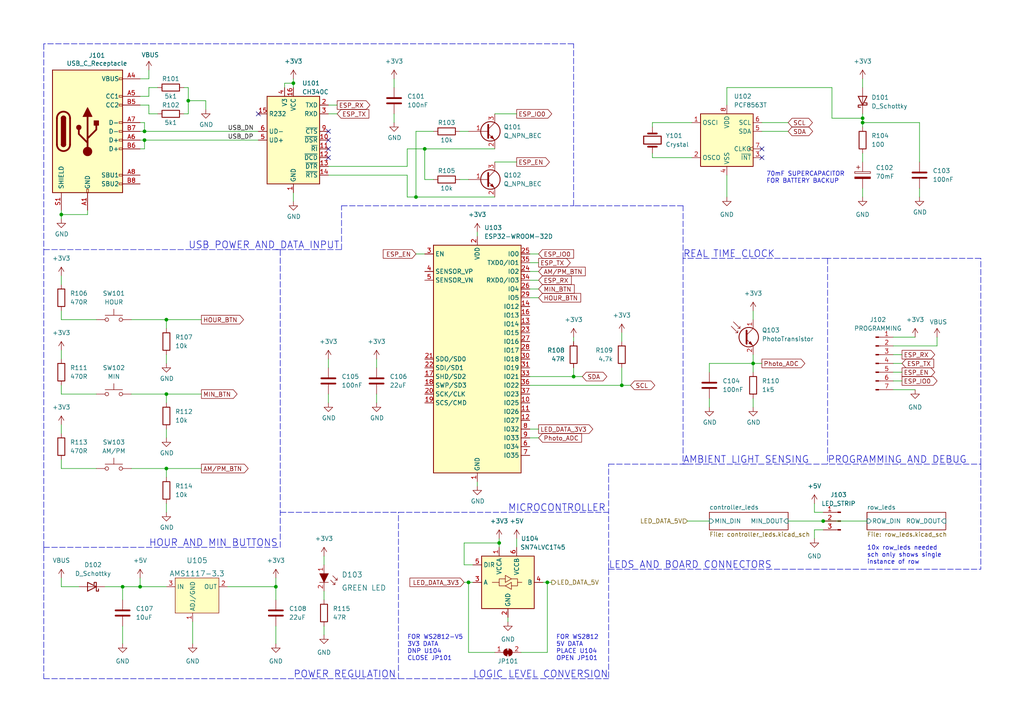
<source format=kicad_sch>
(kicad_sch (version 20211123) (generator eeschema)
  (paper "A4")
  (title_block (title "Wordclock Controller Board") (date "2022-08-28") (rev "2.1") (company "matty337s"))
  (lib_symbols
    (symbol "Connector:Conn_01x03_Male" (pin_names (offset 1.016) hide)
      (property "Reference" "J" (at 0 5.08 0))
      (property "Value" "Conn_01x03_Male" (at 0 -5.08 0))
      (symbol "Conn_01x03_Male_1_1"
        (pin passive line (at 5.08 2.54 180) (length 3.81) (name "Pin_1") (number "1"))
        (pin passive line (at 5.08 0 180) (length 3.81) (name "Pin_2") (number "2"))
        (pin passive line (at 5.08 -2.54 180) (length 3.81) (name "Pin_3") (number "3"))
      )
    )
    (symbol "Connector:Conn_01x07_Male" (pin_names (offset 1.016) hide)
      (property "Reference" "J" (at 0 10.16 0))
      (property "Value" "Conn_01x07_Male" (at 0 -10.16 0))
      (symbol "Conn_01x07_Male_1_1"
        (pin passive line (at 5.08 7.62 180) (length 3.81) (name "Pin_1") (number "1"))
        (pin passive line (at 5.08 5.08 180) (length 3.81) (name "Pin_2") (number "2"))
        (pin passive line (at 5.08 2.54 180) (length 3.81) (name "Pin_3") (number "3"))
        (pin passive line (at 5.08 0 180) (length 3.81) (name "Pin_4") (number "4"))
        (pin passive line (at 5.08 -2.54 180) (length 3.81) (name "Pin_5") (number "5"))
        (pin passive line (at 5.08 -5.08 180) (length 3.81) (name "Pin_6") (number "6"))
        (pin passive line (at 5.08 -7.62 180) (length 3.81) (name "Pin_7") (number "7"))
      )
    )
    (symbol "Connector:USB_C_Receptacle_USB2.0" (pin_names (offset 1.016))
      (property "Reference" "J" (at -10.16 19.05 0))
      (property "Value" "USB_C_Receptacle_USB2.0" (at 19.05 19.05 0))
      (symbol "USB_C_Receptacle_USB2.0_1_1"
        (pin passive line (at 0 -22.86 90) (length 5.08) (name "GND") (number "A1"))
        (pin passive line (at 0 -22.86 90) (length 5.08) hide (name "GND") (number "A12"))
        (pin passive line (at 15.24 15.24 180) (length 5.08) (name "VBUS") (number "A4"))
        (pin bidirectional line (at 15.24 10.16 180) (length 5.08) (name "CC1") (number "A5"))
        (pin bidirectional line (at 15.24 -2.54 180) (length 5.08) (name "D+") (number "A6"))
        (pin bidirectional line (at 15.24 2.54 180) (length 5.08) (name "D-") (number "A7"))
        (pin bidirectional line (at 15.24 -12.7 180) (length 5.08) (name "SBU1") (number "A8"))
        (pin passive line (at 15.24 15.24 180) (length 5.08) hide (name "VBUS") (number "A9"))
        (pin passive line (at 0 -22.86 90) (length 5.08) hide (name "GND") (number "B1"))
        (pin passive line (at 0 -22.86 90) (length 5.08) hide (name "GND") (number "B12"))
        (pin passive line (at 15.24 15.24 180) (length 5.08) hide (name "VBUS") (number "B4"))
        (pin bidirectional line (at 15.24 7.62 180) (length 5.08) (name "CC2") (number "B5"))
        (pin bidirectional line (at 15.24 -5.08 180) (length 5.08) (name "D+") (number "B6"))
        (pin bidirectional line (at 15.24 0 180) (length 5.08) (name "D-") (number "B7"))
        (pin bidirectional line (at 15.24 -15.24 180) (length 5.08) (name "SBU2") (number "B8"))
        (pin passive line (at 15.24 15.24 180) (length 5.08) hide (name "VBUS") (number "B9"))
        (pin passive line (at -7.62 -22.86 90) (length 5.08) (name "SHIELD") (number "S1"))
      )
    )
    (symbol "Device:C" (pin_numbers hide) (pin_names (offset 0.254))
      (property "Reference" "C" (at 0.635 2.54 0))
      (property "Value" "C" (at 0.635 -2.54 0))
      (symbol "C_1_1"
        (pin passive line (at 0 3.81 270) (length 2.794) (name "~") (number "1"))
        (pin passive line (at 0 -3.81 90) (length 2.794) (name "~") (number "2"))
      )
    )
    (symbol "Device:C_Polarized" (pin_numbers hide) (pin_names (offset 0.254))
      (property "Reference" "C" (at 0.635 2.54 0))
      (property "Value" "C_Polarized" (at 0.635 -2.54 0))
      (symbol "C_Polarized_1_1"
        (pin passive line (at 0 3.81 270) (length 2.794) (name "~") (number "1"))
        (pin passive line (at 0 -3.81 90) (length 2.794) (name "~") (number "2"))
      )
    )
    (symbol "Device:Crystal" (pin_numbers hide) (pin_names (offset 1.016) hide)
      (property "Reference" "Y" (at 0 3.81 0))
      (property "Value" "Crystal" (at 0 -3.81 0))
      (symbol "Crystal_1_1"
        (pin passive line (at -3.81 0 0) (length 1.27) (name "1") (number "1"))
        (pin passive line (at 3.81 0 180) (length 1.27) (name "2") (number "2"))
      )
    )
    (symbol "Device:D_Schottky" (pin_numbers hide) (pin_names (offset 1.016) hide)
      (property "Reference" "D" (at 0 2.54 0))
      (property "Value" "D_Schottky" (at 0 -2.54 0))
      (symbol "D_Schottky_1_1"
        (pin passive line (at -3.81 0 0) (length 2.54) (name "K") (number "1"))
        (pin passive line (at 3.81 0 180) (length 2.54) (name "A") (number "2"))
      )
    )
    (symbol "Device:Q_NPN_BEC" (pin_names (offset 0) hide)
      (property "Reference" "Q" (at 5.08 1.27 0))
      (property "Value" "Q_NPN_BEC" (at 5.08 -1.27 0))
      (symbol "Q_NPN_BEC_1_1"
        (pin input line (at -5.08 0 0) (length 5.715) (name "B") (number "1"))
        (pin passive line (at 2.54 -5.08 90) (length 2.54) (name "E") (number "2"))
        (pin passive line (at 2.54 5.08 270) (length 2.54) (name "C") (number "3"))
      )
    )
    (symbol "Device:Q_Photo_NPN" (pin_names (offset 0) hide)
      (property "Reference" "Q" (at 5.08 1.27 0))
      (property "Value" "Q_Photo_NPN" (at 5.08 -1.27 0))
      (symbol "Q_Photo_NPN_1_1"
        (pin passive line (at 2.54 5.08 270) (length 2.54) (name "C") (number "1"))
        (pin passive line (at 2.54 -5.08 90) (length 2.54) (name "E") (number "2"))
      )
    )
    (symbol "Device:R" (pin_numbers hide) (pin_names (offset 0))
      (property "Reference" "R" (at 2.032 0 90))
      (property "Value" "R" (at 0 0 90))
      (symbol "R_1_1"
        (pin passive line (at 0 3.81 270) (length 1.27) (name "~") (number "1"))
        (pin passive line (at 0 -3.81 90) (length 1.27) (name "~") (number "2"))
      )
    )
    (symbol "Interface_USB:CH340C"
      (property "Reference" "U205" (at 2.0194 -15.24 0))
      (property "Value" "CH340C" (at 2.0194 -17.78 0))
      (symbol "CH340C_1_1"
        (pin power_in line (at 0 -15.24 90) (length 2.54) (name "GND") (number "1"))
        (pin input line (at 10.16 0 180) (length 2.54) (name "~{DSR}") (number "10"))
        (pin input line (at 10.16 -2.54 180) (length 2.54) (name "~{RI}") (number "11"))
        (pin input line (at 10.16 -5.08 180) (length 2.54) (name "~{DCD}") (number "12"))
        (pin output line (at 10.16 -7.62 180) (length 2.54) (name "~{DTR}") (number "13"))
        (pin output line (at 10.16 -10.16 180) (length 2.54) (name "~{RTS}") (number "14"))
        (pin input line (at -10.16 7.62 0) (length 2.54) (name "R232") (number "15"))
        (pin power_in line (at 0 15.24 270) (length 2.54) (name "VCC") (number "16"))
        (pin output line (at 10.16 10.16 180) (length 2.54) (name "TXD") (number "2"))
        (pin input line (at 10.16 7.62 180) (length 2.54) (name "RXD") (number "3"))
        (pin passive line (at -2.54 15.24 270) (length 2.54) (name "V3") (number "4"))
        (pin bidirectional line (at -10.16 0 0) (length 2.54) (name "UD+") (number "5"))
        (pin bidirectional line (at -10.16 2.54 0) (length 2.54) (name "UD-") (number "6"))
        (pin no_connect line (at -7.62 -7.62 0) (length 2.54) hide (name "NC") (number "7"))
        (pin no_connect line (at -7.62 -10.16 0) (length 2.54) hide (name "NC") (number "8"))
        (pin input line (at 10.16 2.54 180) (length 2.54) (name "~{CTS}") (number "9"))
      )
    )
    (symbol "Jumper:SolderJumper_2_Bridged" (pin_names (offset 0) hide)
      (property "Reference" "JP" (at 0 2.032 0))
      (property "Value" "SolderJumper_2_Bridged" (at 0 -2.54 0))
      (symbol "SolderJumper_2_Bridged_1_1"
        (pin passive line (at -3.81 0 0) (length 2.54) (name "A") (number "1"))
        (pin passive line (at 3.81 0 180) (length 2.54) (name "B") (number "2"))
      )
    )
    (symbol "Logic_LevelTranslator:SN74LVC1T45DRL"
      (property "Reference" "U?" (at 17.78 4.3307 0))
      (property "Value" "SN74LVC1T45DRL" (at 17.78 1.7907 0))
      (symbol "SN74LVC1T45DRL_1_1"
        (pin power_in line (at -2.54 10.16 270) (length 2.54) (name "VCCA") (number "1"))
        (pin power_in line (at 0 -10.16 90) (length 2.54) (name "GND") (number "2"))
        (pin bidirectional line (at -10.16 0 0) (length 2.54) (name "A") (number "3"))
        (pin bidirectional line (at 10.16 0 180) (length 2.54) (name "B") (number "4"))
        (pin input line (at -10.16 5.08 0) (length 2.54) (name "DIR") (number "5"))
        (pin power_in line (at 2.54 10.16 270) (length 2.54) (name "VCCB") (number "6"))
      )
    )
    (symbol "RF_Module:ESP32-WROOM-32D"
      (property "Reference" "U" (at -12.7 34.29 0))
      (property "Value" "ESP32-WROOM-32D" (at 1.27 34.29 0))
      (symbol "ESP32-WROOM-32D_1_1"
        (pin power_in line (at 0 -35.56 90) (length 2.54) (name "GND") (number "1"))
        (pin bidirectional line (at 15.24 -12.7 180) (length 2.54) (name "IO25") (number "10"))
        (pin bidirectional line (at 15.24 -15.24 180) (length 2.54) (name "IO26") (number "11"))
        (pin bidirectional line (at 15.24 -17.78 180) (length 2.54) (name "IO27") (number "12"))
        (pin bidirectional line (at 15.24 10.16 180) (length 2.54) (name "IO14") (number "13"))
        (pin bidirectional line (at 15.24 15.24 180) (length 2.54) (name "IO12") (number "14"))
        (pin passive line (at 0 -35.56 90) (length 2.54) hide (name "GND") (number "15"))
        (pin bidirectional line (at 15.24 12.7 180) (length 2.54) (name "IO13") (number "16"))
        (pin bidirectional line (at -15.24 -5.08 0) (length 2.54) (name "SHD/SD2") (number "17"))
        (pin bidirectional line (at -15.24 -7.62 0) (length 2.54) (name "SWP/SD3") (number "18"))
        (pin bidirectional line (at -15.24 -12.7 0) (length 2.54) (name "SCS/CMD") (number "19"))
        (pin power_in line (at 0 35.56 270) (length 2.54) (name "VDD") (number "2"))
        (pin bidirectional line (at -15.24 -10.16 0) (length 2.54) (name "SCK/CLK") (number "20"))
        (pin bidirectional line (at -15.24 0 0) (length 2.54) (name "SDO/SD0") (number "21"))
        (pin bidirectional line (at -15.24 -2.54 0) (length 2.54) (name "SDI/SD1") (number "22"))
        (pin bidirectional line (at 15.24 7.62 180) (length 2.54) (name "IO15") (number "23"))
        (pin bidirectional line (at 15.24 25.4 180) (length 2.54) (name "IO2") (number "24"))
        (pin bidirectional line (at 15.24 30.48 180) (length 2.54) (name "IO0") (number "25"))
        (pin bidirectional line (at 15.24 20.32 180) (length 2.54) (name "IO4") (number "26"))
        (pin bidirectional line (at 15.24 5.08 180) (length 2.54) (name "IO16") (number "27"))
        (pin bidirectional line (at 15.24 2.54 180) (length 2.54) (name "IO17") (number "28"))
        (pin bidirectional line (at 15.24 17.78 180) (length 2.54) (name "IO5") (number "29"))
        (pin input line (at -15.24 30.48 0) (length 2.54) (name "EN") (number "3"))
        (pin bidirectional line (at 15.24 0 180) (length 2.54) (name "IO18") (number "30"))
        (pin bidirectional line (at 15.24 -2.54 180) (length 2.54) (name "IO19") (number "31"))
        (pin no_connect line (at -12.7 -27.94 0) (length 2.54) hide (name "NC") (number "32"))
        (pin bidirectional line (at 15.24 -5.08 180) (length 2.54) (name "IO21") (number "33"))
        (pin bidirectional line (at 15.24 22.86 180) (length 2.54) (name "RXD0/IO3") (number "34"))
        (pin bidirectional line (at 15.24 27.94 180) (length 2.54) (name "TXD0/IO1") (number "35"))
        (pin bidirectional line (at 15.24 -7.62 180) (length 2.54) (name "IO22") (number "36"))
        (pin bidirectional line (at 15.24 -10.16 180) (length 2.54) (name "IO23") (number "37"))
        (pin passive line (at 0 -35.56 90) (length 2.54) hide (name "GND") (number "38"))
        (pin passive line (at 0 -35.56 90) (length 2.54) hide (name "GND") (number "39"))
        (pin input line (at -15.24 25.4 0) (length 2.54) (name "SENSOR_VP") (number "4"))
        (pin input line (at -15.24 22.86 0) (length 2.54) (name "SENSOR_VN") (number "5"))
        (pin input line (at 15.24 -25.4 180) (length 2.54) (name "IO34") (number "6"))
        (pin input line (at 15.24 -27.94 180) (length 2.54) (name "IO35") (number "7"))
        (pin bidirectional line (at 15.24 -20.32 180) (length 2.54) (name "IO32") (number "8"))
        (pin bidirectional line (at 15.24 -22.86 180) (length 2.54) (name "IO33") (number "9"))
      )
    )
    (symbol "Switch:SW_Push" (pin_numbers hide) (pin_names (offset 1.016) hide)
      (property "Reference" "SW" (at 1.27 2.54 0))
      (property "Value" "SW_Push" (at 0 -1.524 0))
      (symbol "SW_Push_0_1"
        (pin passive line (at -5.08 0 0) (length 2.54) (name "1") (number "1"))
        (pin passive line (at 5.08 0 180) (length 2.54) (name "2") (number "2"))
      )
    )
    (symbol "Timer_RTC:PCF8563T"
      (property "Reference" "U" (at -7.62 8.89 0))
      (property "Value" "PCF8563T" (at 2.54 8.89 0))
      (symbol "PCF8563T_1_1"
        (pin input line (at -10.16 5.08 0) (length 2.54) (name "OSCI") (number "1"))
        (pin output line (at -10.16 -5.08 0) (length 2.54) (name "OSCO") (number "2"))
        (pin output line (at 10.16 -5.08 180) (length 2.54) (name "~{INT}") (number "3"))
        (pin power_in line (at 0 -10.16 90) (length 2.54) (name "VSS") (number "4"))
        (pin bidirectional line (at 10.16 2.54 180) (length 2.54) (name "SDA") (number "5"))
        (pin input line (at 10.16 5.08 180) (length 2.54) (name "SCL") (number "6"))
        (pin output clock (at 10.16 -2.54 180) (length 2.54) (name "CLKO") (number "7"))
        (pin power_in line (at 0 10.16 270) (length 2.54) (name "VDD") (number "8"))
      )
    )
    (symbol "dk_LED-Indication-Discrete:LG_R971-KN-1" (pin_names (offset 0))
      (property "Reference" "D" (at -5.08 3.81 0))
      (property "Value" "LG_R971-KN-1" (at -1.27 -3.81 0))
      (symbol "LG_R971-KN-1_1_1"
        (pin passive line (at -5.08 0 0) (length 2.54) (name "~") (number "1"))
        (pin passive line (at 2.54 0 180) (length 2.54) (name "~") (number "2"))
      )
    )
    (symbol "dk_PMIC-Voltage-Regulators-Linear:AZ1117CH-3_3TRG1"
      (property "Reference" "U205" (at 1.27 7.62 0))
      (property "Value" "AMS1117-3.3" (at 1.27 3.81 0))
      (symbol "AZ1117CH-3_3TRG1_1_1"
        (pin power_in line (at 0 -10.16 90) (length 2.54) (name "ADJ/GND") (number "1"))
        (pin power_out line (at 10.16 0 180) (length 2.54) (name "OUT") (number "2"))
        (pin power_in line (at -7.62 0 0) (length 2.54) (name "IN") (number "3"))
      )
    )
    (symbol "power:+3.3V" (power) (pin_names (offset 0))
      (property "Value" "+3.3V" (at 0 3.556 0))
      (symbol "+3.3V_1_1"
        (pin power_in line (at 0 0 90) (length 0) hide (name "+3V3") (number "1"))
      )
    )
    (symbol "power:+3V3" (power) (pin_names (offset 0))
      (property "Value" "+3V3" (at 0 3.556 0))
      (symbol "+3V3_1_1"
        (pin power_in line (at 0 0 90) (length 0) hide (name "+3V3") (number "1"))
      )
    )
    (symbol "power:+5V" (power) (pin_names (offset 0))
      (property "Value" "+5V" (at 0 3.556 0))
      (symbol "+5V_1_1"
        (pin power_in line (at 0 0 90) (length 0) hide (name "+5V") (number "1"))
      )
    )
    (symbol "power:GND" (power) (pin_names (offset 0))
      (property "Value" "GND" (at 0 -3.81 0))
      (symbol "GND_1_1"
        (pin power_in line (at 0 0 270) (length 0) hide (name "GND") (number "1"))
      )
    )
    (symbol "power:VBUS" (power) (pin_names (offset 0))
      (property "Value" "VBUS" (at 0 3.81 0))
      (symbol "VBUS_1_1"
        (pin power_in line (at 0 0 90) (length 0) hide (name "VBUS") (number "1"))
      )
    )
  )
  (junction (at 48.26 114.3))
  (junction (at 123.19 43.18))
  (junction (at 54.61 29.21))
  (junction (at 180.34 111.76))
  (junction (at 41.91 40.64))
  (junction (at 35.56 170.18))
  (junction (at 17.78 62.23))
  (junction (at 135.89 168.91))
  (junction (at 144.78 157.48))
  (junction (at 85.09 24.13))
  (junction (at 166.37 109.22))
  (junction (at 158.75 168.91))
  (junction (at 250.19 35.56))
  (junction (at 250.19 34.29))
  (junction (at 120.65 57.15))
  (junction (at 48.26 92.71))
  (junction (at 41.91 38.1))
  (junction (at 40.64 170.18))
  (junction (at 48.26 135.89))
  (junction (at 218.44 105.41))
  (junction (at 238.76 151.13))
  (junction (at 80.01 170.18))
  (no_connect (at 95.25 38.1))
  (no_connect (at 220.98 43.18))
  (no_connect (at 220.98 45.72))
  (no_connect (at 74.93 33.02))
  (no_connect (at 95.25 40.64))
  (no_connect (at 95.25 45.72))
  (no_connect (at 95.25 43.18))
  (polyline (pts (xy 81.28 158.75) (xy 81.28 72.39)))
  (wire (pts (xy 250.19 34.29) (xy 250.19 35.56)))
  (wire (pts (xy 17.78 80.01) (xy 17.78 82.55)))
  (wire (pts (xy 153.67 111.76) (xy 180.34 111.76)))
  (wire (pts (xy 236.22 146.05) (xy 236.22 148.59)))
  (polyline (pts (xy 166.37 59.69) (xy 166.37 12.7)))
  (wire (pts (xy 205.74 105.41) (xy 218.44 105.41)))
  (wire (pts (xy 38.1 135.89) (xy 48.26 135.89)))
  (wire (pts (xy 210.82 25.4) (xy 210.82 30.48)))
  (wire (pts (xy 118.11 50.8) (xy 118.11 57.15)))
  (polyline (pts (xy 176.53 134.62) (xy 284.48 134.62)))
  (wire (pts (xy 48.26 114.3) (xy 48.26 116.84)))
  (wire (pts (xy 153.67 73.66) (xy 156.21 73.66)))
  (wire (pts (xy 153.67 76.2) (xy 156.21 76.2)))
  (polyline (pts (xy 176.53 165.1) (xy 176.53 196.85)))
  (wire (pts (xy 160.02 168.91) (xy 158.75 168.91)))
  (polyline (pts (xy 81.28 148.59) (xy 115.57 148.59)))
  (wire (pts (xy 54.61 29.21) (xy 59.69 29.21)))
  (polyline (pts (xy 240.03 74.93) (xy 240.03 134.62)))
  (wire (pts (xy 120.65 57.15) (xy 143.51 57.15)))
  (wire (pts (xy 85.09 22.86) (xy 85.09 24.13)))
  (wire (pts (xy 250.19 22.86) (xy 250.19 25.4)))
  (wire (pts (xy 48.26 148.59) (xy 48.26 146.05)))
  (wire (pts (xy 250.19 35.56) (xy 266.7 35.56)))
  (wire (pts (xy 149.86 46.99) (xy 143.51 46.99)))
  (wire (pts (xy 25.4 62.23) (xy 25.4 60.96)))
  (wire (pts (xy 218.44 90.17) (xy 218.44 92.71)))
  (wire (pts (xy 43.18 25.4) (xy 45.72 25.4)))
  (wire (pts (xy 17.78 90.17) (xy 17.78 92.71)))
  (wire (pts (xy 17.78 123.19) (xy 17.78 125.73)))
  (wire (pts (xy 93.98 184.15) (xy 93.98 181.61)))
  (wire (pts (xy 95.25 104.14) (xy 95.25 106.68)))
  (polyline (pts (xy 240.03 74.93) (xy 198.12 74.93)))
  (wire (pts (xy 156.21 124.46) (xy 153.67 124.46)))
  (wire (pts (xy 85.09 58.42) (xy 85.09 55.88)))
  (wire (pts (xy 138.43 140.97) (xy 138.43 139.7)))
  (wire (pts (xy 54.61 25.4) (xy 53.34 25.4)))
  (wire (pts (xy 35.56 170.18) (xy 35.56 173.99)))
  (wire (pts (xy 38.1 114.3) (xy 48.26 114.3)))
  (wire (pts (xy 228.6 151.13) (xy 238.76 151.13)))
  (wire (pts (xy 180.34 111.76) (xy 180.34 106.68)))
  (wire (pts (xy 153.67 78.74) (xy 156.21 78.74)))
  (wire (pts (xy 48.26 92.71) (xy 58.42 92.71)))
  (wire (pts (xy 41.91 38.1) (xy 74.93 38.1)))
  (polyline (pts (xy 12.7 12.7) (xy 12.7 72.39)))
  (polyline (pts (xy 176.53 165.1) (xy 284.48 165.1)))
  (wire (pts (xy 109.22 104.14) (xy 109.22 106.68)))
  (wire (pts (xy 156.21 81.28) (xy 153.67 81.28)))
  (wire (pts (xy 43.18 20.32) (xy 43.18 22.86)))
  (wire (pts (xy 48.26 127) (xy 48.26 124.46)))
  (wire (pts (xy 48.26 135.89) (xy 48.26 138.43)))
  (wire (pts (xy 118.11 43.18) (xy 123.19 43.18)))
  (wire (pts (xy 120.65 73.66) (xy 123.19 73.66)))
  (wire (pts (xy 271.78 100.33) (xy 271.78 97.79)))
  (polyline (pts (xy 115.57 196.85) (xy 115.57 148.59)))
  (wire (pts (xy 93.98 161.29) (xy 93.98 163.83)))
  (wire (pts (xy 180.34 96.52) (xy 180.34 99.06)))
  (wire (pts (xy 250.19 54.61) (xy 250.19 57.15)))
  (polyline (pts (xy 115.57 148.59) (xy 115.57 148.59)))
  (wire (pts (xy 266.7 57.15) (xy 266.7 54.61)))
  (wire (pts (xy 137.16 163.83) (xy 134.62 163.83)))
  (wire (pts (xy 123.19 43.18) (xy 143.51 43.18)))
  (wire (pts (xy 48.26 92.71) (xy 48.26 95.25)))
  (wire (pts (xy 80.01 167.64) (xy 80.01 170.18)))
  (polyline (pts (xy 115.57 196.85) (xy 176.53 196.85)))
  (wire (pts (xy 144.78 157.48) (xy 144.78 158.75)))
  (wire (pts (xy 17.78 62.23) (xy 25.4 62.23)))
  (polyline (pts (xy 12.7 72.39) (xy 99.06 72.39)))
  (wire (pts (xy 238.76 148.59) (xy 236.22 148.59)))
  (wire (pts (xy 166.37 109.22) (xy 168.91 109.22)))
  (wire (pts (xy 85.09 24.13) (xy 85.09 25.4)))
  (wire (pts (xy 41.91 40.64) (xy 74.93 40.64)))
  (wire (pts (xy 218.44 105.41) (xy 220.98 105.41)))
  (wire (pts (xy 66.04 170.18) (xy 80.01 170.18)))
  (wire (pts (xy 241.3 25.4) (xy 241.3 34.29)))
  (wire (pts (xy 35.56 181.61) (xy 35.56 186.69)))
  (wire (pts (xy 17.78 170.18) (xy 22.86 170.18)))
  (polyline (pts (xy 198.12 59.69) (xy 166.37 59.69)))
  (wire (pts (xy 149.86 33.02) (xy 143.51 33.02)))
  (wire (pts (xy 218.44 105.41) (xy 218.44 107.95)))
  (wire (pts (xy 17.78 133.35) (xy 17.78 135.89)))
  (wire (pts (xy 95.25 114.3) (xy 95.25 116.84)))
  (wire (pts (xy 205.74 107.95) (xy 205.74 105.41)))
  (wire (pts (xy 153.67 109.22) (xy 166.37 109.22)))
  (wire (pts (xy 114.3 35.56) (xy 114.3 33.02)))
  (wire (pts (xy 189.23 35.56) (xy 200.66 35.56)))
  (wire (pts (xy 40.64 27.94) (xy 43.18 27.94)))
  (wire (pts (xy 166.37 99.06) (xy 166.37 97.79)))
  (wire (pts (xy 144.78 156.21) (xy 144.78 157.48)))
  (wire (pts (xy 30.48 170.18) (xy 35.56 170.18)))
  (wire (pts (xy 80.01 181.61) (xy 80.01 186.69)))
  (wire (pts (xy 205.74 115.57) (xy 205.74 118.11)))
  (wire (pts (xy 17.78 101.6) (xy 17.78 104.14)))
  (wire (pts (xy 250.19 33.02) (xy 250.19 34.29)))
  (wire (pts (xy 236.22 153.67) (xy 236.22 156.21)))
  (wire (pts (xy 210.82 25.4) (xy 241.3 25.4)))
  (wire (pts (xy 149.86 156.21) (xy 149.86 158.75)))
  (polyline (pts (xy 176.53 165.1) (xy 176.53 134.62)))
  (polyline (pts (xy 99.06 72.39) (xy 99.06 59.69)))
  (wire (pts (xy 97.79 30.48) (xy 95.25 30.48)))
  (wire (pts (xy 180.34 111.76) (xy 182.88 111.76)))
  (wire (pts (xy 82.55 24.13) (xy 85.09 24.13)))
  (wire (pts (xy 80.01 170.18) (xy 80.01 173.99)))
  (wire (pts (xy 40.64 167.64) (xy 40.64 170.18)))
  (wire (pts (xy 118.11 57.15) (xy 120.65 57.15)))
  (wire (pts (xy 261.62 102.87) (xy 259.08 102.87)))
  (wire (pts (xy 95.25 50.8) (xy 118.11 50.8)))
  (wire (pts (xy 48.26 105.41) (xy 48.26 102.87)))
  (wire (pts (xy 114.3 22.86) (xy 114.3 25.4)))
  (wire (pts (xy 166.37 106.68) (xy 166.37 109.22)))
  (wire (pts (xy 43.18 33.02) (xy 45.72 33.02)))
  (polyline (pts (xy 198.12 74.93) (xy 198.12 59.69)))
  (wire (pts (xy 199.39 151.13) (xy 205.74 151.13)))
  (wire (pts (xy 27.94 114.3) (xy 17.78 114.3)))
  (wire (pts (xy 82.55 25.4) (xy 82.55 24.13)))
  (wire (pts (xy 241.3 34.29) (xy 250.19 34.29)))
  (polyline (pts (xy 166.37 12.7) (xy 12.7 12.7)))
  (wire (pts (xy 138.43 67.31) (xy 138.43 68.58)))
  (wire (pts (xy 17.78 167.64) (xy 17.78 170.18)))
  (wire (pts (xy 259.08 100.33) (xy 271.78 100.33)))
  (wire (pts (xy 250.19 35.56) (xy 250.19 36.83)))
  (polyline (pts (xy 284.48 74.93) (xy 240.03 74.93)))
  (wire (pts (xy 151.13 189.23) (xy 158.75 189.23)))
  (wire (pts (xy 40.64 35.56) (xy 41.91 35.56)))
  (polyline (pts (xy 12.7 158.75) (xy 81.28 158.75)))
  (wire (pts (xy 40.64 40.64) (xy 41.91 40.64)))
  (wire (pts (xy 153.67 83.82) (xy 156.21 83.82)))
  (wire (pts (xy 158.75 189.23) (xy 158.75 168.91)))
  (wire (pts (xy 153.67 86.36) (xy 156.21 86.36)))
  (wire (pts (xy 40.64 38.1) (xy 41.91 38.1)))
  (wire (pts (xy 218.44 115.57) (xy 218.44 118.11)))
  (wire (pts (xy 250.19 46.99) (xy 250.19 44.45)))
  (wire (pts (xy 218.44 102.87) (xy 218.44 105.41)))
  (wire (pts (xy 95.25 48.26) (xy 118.11 48.26)))
  (wire (pts (xy 97.79 33.02) (xy 95.25 33.02)))
  (wire (pts (xy 261.62 105.41) (xy 259.08 105.41)))
  (wire (pts (xy 134.62 157.48) (xy 144.78 157.48)))
  (wire (pts (xy 48.26 170.18) (xy 40.64 170.18)))
  (polyline (pts (xy 198.12 134.62) (xy 199.39 134.62)))
  (wire (pts (xy 41.91 35.56) (xy 41.91 38.1)))
  (wire (pts (xy 41.91 43.18) (xy 41.91 40.64)))
  (wire (pts (xy 125.73 52.07) (xy 123.19 52.07)))
  (wire (pts (xy 59.69 29.21) (xy 59.69 31.75)))
  (wire (pts (xy 53.34 33.02) (xy 54.61 33.02)))
  (polyline (pts (xy 99.06 59.69) (xy 166.37 59.69)))
  (wire (pts (xy 17.78 135.89) (xy 27.94 135.89)))
  (wire (pts (xy 158.75 168.91) (xy 157.48 168.91)))
  (wire (pts (xy 17.78 114.3) (xy 17.78 111.76)))
  (wire (pts (xy 43.18 22.86) (xy 40.64 22.86)))
  (wire (pts (xy 189.23 44.45) (xy 189.23 45.72)))
  (wire (pts (xy 120.65 38.1) (xy 120.65 57.15)))
  (wire (pts (xy 134.62 168.91) (xy 135.89 168.91)))
  (wire (pts (xy 40.64 30.48) (xy 43.18 30.48)))
  (wire (pts (xy 135.89 168.91) (xy 137.16 168.91)))
  (wire (pts (xy 133.35 38.1) (xy 135.89 38.1)))
  (polyline (pts (xy 198.12 74.93) (xy 198.12 134.62)))
  (wire (pts (xy 189.23 45.72) (xy 200.66 45.72)))
  (wire (pts (xy 123.19 43.18) (xy 123.19 52.07)))
  (wire (pts (xy 38.1 92.71) (xy 48.26 92.71)))
  (wire (pts (xy 55.88 180.34) (xy 55.88 186.69)))
  (polyline (pts (xy 12.7 72.39) (xy 12.7 158.75)))
  (wire (pts (xy 238.76 153.67) (xy 236.22 153.67)))
  (wire (pts (xy 17.78 92.71) (xy 27.94 92.71)))
  (wire (pts (xy 40.64 43.18) (xy 41.91 43.18)))
  (wire (pts (xy 135.89 189.23) (xy 143.51 189.23)))
  (wire (pts (xy 48.26 135.89) (xy 58.42 135.89)))
  (wire (pts (xy 135.89 168.91) (xy 135.89 189.23)))
  (wire (pts (xy 189.23 36.83) (xy 189.23 35.56)))
  (wire (pts (xy 93.98 171.45) (xy 93.98 173.99)))
  (wire (pts (xy 17.78 63.5) (xy 17.78 62.23)))
  (wire (pts (xy 48.26 114.3) (xy 58.42 114.3)))
  (wire (pts (xy 238.76 151.13) (xy 251.46 151.13)))
  (wire (pts (xy 109.22 114.3) (xy 109.22 116.84)))
  (wire (pts (xy 156.21 127) (xy 153.67 127)))
  (wire (pts (xy 40.64 170.18) (xy 35.56 170.18)))
  (wire (pts (xy 54.61 33.02) (xy 54.61 29.21)))
  (wire (pts (xy 54.61 29.21) (xy 54.61 25.4)))
  (wire (pts (xy 147.32 179.07) (xy 147.32 180.34)))
  (wire (pts (xy 266.7 35.56) (xy 266.7 46.99)))
  (wire (pts (xy 210.82 57.15) (xy 210.82 50.8)))
  (polyline (pts (xy 81.28 72.39) (xy 80.01 72.39)))
  (wire (pts (xy 43.18 27.94) (xy 43.18 25.4)))
  (wire (pts (xy 43.18 30.48) (xy 43.18 33.02)))
  (wire (pts (xy 259.08 113.03) (xy 265.43 113.03)))
  (wire (pts (xy 259.08 97.79) (xy 265.43 97.79)))
  (wire (pts (xy 134.62 163.83) (xy 134.62 157.48)))
  (polyline (pts (xy 176.53 165.1) (xy 176.53 165.1)))
  (wire (pts (xy 125.73 38.1) (xy 120.65 38.1)))
  (wire (pts (xy 17.78 62.23) (xy 17.78 60.96)))
  (polyline (pts (xy 284.48 134.62) (xy 284.48 74.93)))
  (wire (pts (xy 261.62 107.95) (xy 259.08 107.95)))
  (wire (pts (xy 133.35 52.07) (xy 135.89 52.07)))
  (polyline (pts (xy 284.48 134.62) (xy 284.48 165.1)))
  (wire (pts (xy 118.11 48.26) (xy 118.11 43.18)))
  (wire (pts (xy 228.6 35.56) (xy 220.98 35.56)))
  (polyline (pts (xy 115.57 148.59) (xy 176.53 148.59)))
  (wire (pts (xy 261.62 110.49) (xy 259.08 110.49)))
  (polyline (pts (xy 12.7 158.75) (xy 12.7 196.85)))
  (wire (pts (xy 228.6 38.1) (xy 220.98 38.1)))
  (polyline (pts (xy 12.7 196.85) (xy 115.57 196.85)))
  (text "REAL TIME CLOCK" (at 198.12 74.93 0) (effects (font (size 2 2)) (justify left bottom)))
  (text "AMBIENT LIGHT SENSING" (at 198.12 134.62 0) (effects (font (size 2 2)) (justify left bottom)))
  (text "MICROCONTROLLER" (at 147.32 148.59 0) (effects (font (size 2 2)) (justify left bottom)))
  (text "70mF SUPERCAPACITOR \nFOR BATTERY BACKUP" (at 222.25 53.34 0) (effects (font (size 1.27 1.27)) (justify left bottom)))
  (text "USB POWER AND DATA INPUT" (at 54.61 72.39 0) (effects (font (size 2 2)) (justify left bottom)))
  (text "FOR WS2812-V5\n3V3 DATA\nDNP U104\nCLOSE JP101" (at 118.11 191.77 0) (effects (font (size 1.27 1.27)) (justify left bottom)))
  (text "LEDS AND BOARD CONNECTORS" (at 176.53 165.1 0) (effects (font (size 2 2)) (justify left bottom)))
  (text "FOR WS2812\n5V DATA\nPLACE U104\nOPEN JP101" (at 161.29 191.77 0) (effects (font (size 1.27 1.27)) (justify left bottom)))
  (text "LOGIC LEVEL CONVERSION" (at 137.16 196.85 0) (effects (font (size 2 2)) (justify left bottom)))
  (text "POWER REGULATION" (at 85.09 196.85 0) (effects (font (size 2 2)) (justify left bottom)))
  (text "HOUR AND MIN BUTTONS" (at 43.18 158.75 0) (effects (font (size 2 2)) (justify left bottom)))
  (text "10x row_leds needed\nsch only shows single\ninstance of row" (at 251.46 163.83 0) (effects (font (size 1.27 1.27)) (justify left bottom)))
  (text "PROGRAMMING AND DEBUG" (at 240.03 134.62 0) (effects (font (size 2 2)) (justify left bottom)))
  (label "USB_DN" (at 66.04 38.1 0))
  (label "USB_DP" (at 66.04 40.64 0))
  (global_label "MIN_BTN" (shape output) (at 58.42 114.3 0) (property "Intersheet References" "${INTERSHEET_REFS}" (effects hide)))
  (global_label "ESP_TX" (shape output) (at 156.21 76.2 0) (property "Intersheet References" "${INTERSHEET_REFS}" (effects hide)))
  (global_label "ESP_EN" (shape input) (at 120.65 73.66 180) (property "Intersheet References" "${INTERSHEET_REFS}" (effects hide)))
  (global_label "LED_DATA_3V3" (shape input) (at 134.62 168.91 180) (property "Intersheet References" "${INTERSHEET_REFS}" (effects hide)))
  (global_label "MIN_BTN" (shape input) (at 156.21 83.82 0) (property "Intersheet References" "${INTERSHEET_REFS}" (effects hide)))
  (global_label "AM{slash}PM_BTN" (shape input) (at 156.21 78.74 0) (property "Intersheet References" "${INTERSHEET_REFS}" (effects hide)))
  (global_label "SCL" (shape bidirectional) (at 228.6 35.56 0) (property "Intersheet References" "${INTERSHEET_REFS}" (effects hide)))
  (global_label "ESP_RX" (shape output) (at 261.62 102.87 0) (property "Intersheet References" "${INTERSHEET_REFS}" (effects hide)))
  (global_label "SDA" (shape bidirectional) (at 168.91 109.22 0) (property "Intersheet References" "${INTERSHEET_REFS}" (effects hide)))
  (global_label "ESP_TX" (shape input) (at 261.62 105.41 0) (property "Intersheet References" "${INTERSHEET_REFS}" (effects hide)))
  (global_label "Photo_ADC" (shape output) (at 220.98 105.41 0) (property "Intersheet References" "${INTERSHEET_REFS}" (effects hide)))
  (global_label "ESP_IO0" (shape input) (at 156.21 73.66 0) (property "Intersheet References" "${INTERSHEET_REFS}" (effects hide)))
  (global_label "ESP_EN" (shape output) (at 261.62 107.95 0) (property "Intersheet References" "${INTERSHEET_REFS}" (effects hide)))
  (global_label "HOUR_BTN" (shape input) (at 156.21 86.36 0) (property "Intersheet References" "${INTERSHEET_REFS}" (effects hide)))
  (global_label "ESP_EN" (shape output) (at 149.86 46.99 0) (property "Intersheet References" "${INTERSHEET_REFS}" (effects hide)))
  (global_label "ESP_IO0" (shape output) (at 149.86 33.02 0) (property "Intersheet References" "${INTERSHEET_REFS}" (effects hide)))
  (global_label "ESP_RX" (shape output) (at 97.79 30.48 0) (property "Intersheet References" "${INTERSHEET_REFS}" (effects hide)))
  (global_label "SDA" (shape bidirectional) (at 228.6 38.1 0) (property "Intersheet References" "${INTERSHEET_REFS}" (effects hide)))
  (global_label "AM{slash}PM_BTN" (shape output) (at 58.42 135.89 0) (property "Intersheet References" "${INTERSHEET_REFS}" (effects hide)))
  (global_label "ESP_TX" (shape input) (at 97.79 33.02 0) (property "Intersheet References" "${INTERSHEET_REFS}" (effects hide)))
  (global_label "SCL" (shape bidirectional) (at 182.88 111.76 0) (property "Intersheet References" "${INTERSHEET_REFS}" (effects hide)))
  (global_label "ESP_IO0" (shape output) (at 261.62 110.49 0) (property "Intersheet References" "${INTERSHEET_REFS}" (effects hide)))
  (global_label "Photo_ADC" (shape input) (at 156.21 127 0) (property "Intersheet References" "${INTERSHEET_REFS}" (effects hide)))
  (global_label "HOUR_BTN" (shape output) (at 58.42 92.71 0) (property "Intersheet References" "${INTERSHEET_REFS}" (effects hide)))
  (global_label "LED_DATA_3V3" (shape output) (at 156.21 124.46 0) (property "Intersheet References" "${INTERSHEET_REFS}" (effects hide)))
  (global_label "ESP_RX" (shape input) (at 156.21 81.28 0) (property "Intersheet References" "${INTERSHEET_REFS}" (effects hide)))
  (hierarchical_label "LED_DATA_5V" (shape input) (at 199.39 151.13 180))
  (hierarchical_label "LED_DATA_5V" (shape output) (at 160.02 168.91 0))
  (symbol (lib_id "Device:C_Polarized") (at 250.19 50.8 0) (unit 1)
    (property "Reference" "C102" (at 254 48.6409 0) (effects (justify left)))
    (property "Value" "70mF" (at 254 51.1809 0) (effects (justify left)))
    (property "Footprint" "Library:SM3R3703T01U" (effects hide))
  )
  (symbol (lib_id "power:VBUS") (at 17.78 167.64 0) (unit 1)
    (property "Reference" "#PWR0138" (effects hide))
    (property "Value" "VBUS" (at 17.78 162.56 0))
  )
  (symbol (lib_id "power:VBUS") (at 271.78 97.79 0) (unit 1)
    (property "Reference" "#PWR0116" (effects hide))
    (property "Value" "VBUS" (at 272.161 93.3958 0))
  )
  (symbol (lib_id "power:GND") (at 250.19 57.15 0) (unit 1)
    (property "Reference" "#PWR0107" (effects hide))
    (property "Value" "GND" (at 250.19 62.23 0))
  )
  (symbol (lib_id "power:+3.3V") (at 95.25 104.14 0) (unit 1)
    (property "Reference" "#PWR0119" (effects hide))
    (property "Value" "+3.3V" (at 95.25 99.06 0))
  )
  (symbol (lib_id "power:+3.3V") (at 180.34 96.52 0) (mirror y) (unit 1)
    (property "Reference" "#PWR0117" (effects hide))
    (property "Value" "+3.3V" (at 180.34 91.44 0))
  )
  (symbol (lib_id "dk_LED-Indication-Discrete:LG_R971-KN-1") (at 93.98 168.91 270) (unit 1)
    (property "Reference" "D103" (at 99.06 166.6875 90) (effects (font (size 1.524 1.524)) (justify left)))
    (property "Value" "GREEN LED" (at 99.06 170.4975 90) (effects (font (size 1.524 1.524)) (justify left)))
    (property "Footprint" "LED_SMD:LED_0805_2012Metric" (effects hide))
    (property "Datasheet" "https://dammedia.osram.info/media/resource/hires/osram-dam-2493936/LG%20R971.pdf" (effects hide))
    (property "Digi-Key_PN" "475-1410-1-ND" (effects hide))
    (property "MPN" "LG R971-KN-1" (effects hide))
    (property "Category" "Optoelectronics" (effects hide))
    (property "Family" "LED Indication - Discrete" (effects hide))
    (property "DK_Datasheet_Link" "https://dammedia.osram.info/media/resource/hires/osram-dam-2493936/LG%20R971.pdf" (effects hide))
    (property "DK_Detail_Page" "/product-detail/en/osram-opto-semiconductors-inc/LG-R971-KN-1/475-1410-1-ND/1802598" (effects hide))
    (property "Description" "LED GREEN DIFFUSED 0805 SMD" (effects hide))
    (property "Manufacturer" "OSRAM Opto Semiconductors Inc." (effects hide))
    (property "Status" "Active" (effects hide))
    (property "Notes" "POWER" (effects hide))
  )
  (symbol (lib_id "Connector:Conn_01x07_Male") (at 254 105.41 0) (unit 1)
    (property "Reference" "J102" (at 254.635 92.71 0))
    (property "Value" "PROGRAMMING" (at 254.635 95.25 0))
    (property "Footprint" "Connector_PinHeader_2.54mm:PinHeader_1x07_P2.54mm_Vertical" (effects hide))
  )
  (symbol (lib_id "power:+3.3V") (at 265.43 97.79 0) (unit 1)
    (property "Reference" "#PWR0115" (effects hide))
    (property "Value" "+3.3V" (at 265.43 92.71 0))
  )
  (symbol (lib_id "power:GND") (at 218.44 118.11 0) (unit 1)
    (property "Reference" "#PWR0125" (effects hide))
    (property "Value" "GND" (at 218.567 122.5042 0))
  )
  (symbol (lib_id "power:GND") (at 48.26 127 0) (unit 1)
    (property "Reference" "#PWR0132" (effects hide))
    (property "Value" "GND" (at 48.387 131.3942 0))
  )
  (symbol (lib_id "power:GND") (at 138.43 140.97 0) (unit 1)
    (property "Reference" "#PWR0134" (effects hide))
    (property "Value" "GND" (at 138.557 145.3642 0))
  )
  (symbol (lib_id "power:+3.3V") (at 93.98 161.29 0) (unit 1)
    (property "Reference" "#PWR0137" (effects hide))
    (property "Value" "+3.3V" (at 93.98 156.21 0))
  )
  (symbol (lib_id "power:GND") (at 55.88 186.69 0) (unit 1)
    (property "Reference" "#PWR0142" (effects hide))
    (property "Value" "GND" (at 55.88 191.77 0))
  )
  (symbol (lib_id "Jumper:SolderJumper_2_Bridged") (at 147.32 189.23 0) (unit 1)
    (property "Reference" "JP101" (at 147.32 191.77 0))
    (property "Value" "SolderJumper_2_Bridged" (effects hide))
    (property "Footprint" "Jumper:SolderJumper-2_P1.3mm_Bridged_RoundedPad1.0x1.5mm" (effects hide))
  )
  (symbol (lib_id "Switch:SW_Push") (at 33.02 114.3 0) (unit 1)
    (property "Reference" "SW102" (at 33.02 106.68 0))
    (property "Value" "MIN" (at 33.02 109.22 0))
    (property "Footprint" "Button_Switch_SMD:SW_SPST_TL3342" (effects hide))
    (property "LCSC" "C318884" (effects hide))
  )
  (symbol (lib_id "Logic_LevelTranslator:SN74LVC1T45DRL") (at 147.32 168.91 0) (unit 1)
    (property "Reference" "U104" (at 153.67 156.21 0))
    (property "Value" "SN74LVC1T45" (at 157.48 158.75 0))
    (property "Footprint" "Package_TO_SOT_SMD:SOT-363_SC-70-6" (effects hide))
    (property "Datasheet" "http://www.ti.com/lit/ds/symlink/sn74lvc1t45.pdf" (effects hide))
  )
  (symbol (lib_id "Device:R") (at 48.26 120.65 0) (unit 1)
    (property "Reference" "R112" (at 50.8 119.3799 0) (effects (justify left)))
    (property "Value" "10k" (at 50.8 121.9199 0) (effects (justify left)))
    (property "Footprint" "Resistor_SMD:R_0603_1608Metric" (effects hide))
  )
  (symbol (lib_id "Switch:SW_Push") (at 33.02 92.71 0) (unit 1)
    (property "Reference" "SW101" (at 33.02 85.09 0))
    (property "Value" "HOUR" (at 33.02 87.63 0))
    (property "Footprint" "Button_Switch_SMD:SW_SPST_TL3342" (effects hide))
    (property "LCSC" "C318884" (effects hide))
  )
  (symbol (lib_id "power:+5V") (at 236.22 146.05 0) (mirror y) (unit 1)
    (property "Reference" "#PWR0131" (effects hide))
    (property "Value" "+5V" (at 236.22 140.97 0))
  )
  (symbol (lib_id "Device:Q_NPN_BEC") (at 140.97 38.1 0) (unit 1)
    (property "Reference" "Q101" (at 146.05 36.8299 0) (effects (justify left)))
    (property "Value" "Q_NPN_BEC" (at 146.05 39.3699 0) (effects (justify left)))
    (property "Footprint" "Package_TO_SOT_SMD:SOT-23" (effects hide))
  )
  (symbol (lib_id "power:+5V") (at 149.86 156.21 0) (unit 1)
    (property "Reference" "#PWR0129" (effects hide))
    (property "Value" "+5V" (at 149.86 151.13 0))
  )
  (symbol (lib_id "power:GND") (at 48.26 105.41 0) (unit 1)
    (property "Reference" "#PWR0123" (effects hide))
    (property "Value" "GND" (at 48.387 109.8042 0))
  )
  (symbol (lib_id "power:GND") (at 147.32 180.34 0) (unit 1)
    (property "Reference" "#PWR0135" (effects hide))
    (property "Value" "GND" (at 147.32 185.42 0))
  )
  (symbol (lib_id "Connector:USB_C_Receptacle_USB2.0") (at 25.4 38.1 0) (unit 1)
    (property "Reference" "J101" (at 28.1178 16.0782 0))
    (property "Value" "USB_C_Receptacle" (at 28.1178 18.3896 0))
    (property "Footprint" "Connector_USB:USB_C_Receptacle_Palconn_UTC16-G" (effects hide))
    (property "Datasheet" "https://www.usb.org/sites/default/files/documents/usb_type-c.zip" (effects hide))
    (property "LCSC" "C167321" (effects hide))
  )
  (symbol (lib_id "Device:Q_NPN_BEC") (at 140.97 52.07 0) (unit 1)
    (property "Reference" "Q102" (at 146.05 50.7999 0) (effects (justify left)))
    (property "Value" "Q_NPN_BEC" (at 146.05 53.3399 0) (effects (justify left)))
    (property "Footprint" "Package_TO_SOT_SMD:SOT-23" (effects hide))
  )
  (symbol (lib_id "Device:R") (at 48.26 142.24 0) (unit 1)
    (property "Reference" "R114" (at 50.8 140.9699 0) (effects (justify left)))
    (property "Value" "10k" (at 50.8 143.5099 0) (effects (justify left)))
    (property "Footprint" "Resistor_SMD:R_0603_1608Metric" (effects hide))
  )
  (symbol (lib_id "RF_Module:ESP32-WROOM-32D") (at 138.43 104.14 0) (unit 1)
    (property "Reference" "U103" (at 140.4494 66.04 0) (effects (justify left)))
    (property "Value" "ESP32-WROOM-32D" (at 140.4494 68.58 0) (effects (justify left)))
    (property "Footprint" "RF_Module:ESP32-WROOM-32" (effects hide))
    (property "Datasheet" "https://www.espressif.com/sites/default/files/documentation/esp32-wroom-32d_esp32-wroom-32u_datasheet_en.pdf" (effects hide))
  )
  (symbol (lib_id "power:GND") (at 109.22 116.84 0) (unit 1)
    (property "Reference" "#PWR0127" (effects hide))
    (property "Value" "GND" (at 109.347 121.2342 0))
  )
  (symbol (lib_id "dk_PMIC-Voltage-Regulators-Linear:AZ1117CH-3_3TRG1") (at 55.88 170.18 0) (unit 1)
    (property "Reference" "U105" (at 57.15 162.56 0) (effects (font (size 1.524 1.524))))
    (property "Value" "AMS1117-3.3" (at 57.15 166.37 0) (effects (font (size 1.524 1.524))))
    (property "Footprint" "Package_TO_SOT_SMD:SOT-223-3_TabPin2" (effects hide))
    (property "Datasheet" "https://www.diodes.com/assets/Datasheets/AZ1117C.pdf" (effects hide))
    (property "Digi-Key_PN" "AZ1117CH-3.3TRG1DICT-ND" (effects hide))
    (property "MPN" "AZ1117CH-3.3TRG1" (effects hide))
    (property "Category" "Integrated Circuits (ICs)" (effects hide))
    (property "Family" "PMIC - Voltage Regulators - Linear" (effects hide))
    (property "DK_Datasheet_Link" "https://www.diodes.com/assets/Datasheets/AZ1117C.pdf" (effects hide))
    (property "DK_Detail_Page" "/product-detail/en/diodes-incorporated/AZ1117CH-3.3TRG1/AZ1117CH-3.3TRG1DICT-ND/4505206" (effects hide))
    (property "Description" "IC REG LINEAR 3.3V 800MA SOT223" (effects hide))
    (property "Manufacturer" "Diodes Incorporated" (effects hide))
    (property "Status" "Active" (effects hide))
  )
  (symbol (lib_id "Device:C") (at 80.01 177.8 0) (unit 1)
    (property "Reference" "C108" (at 83.82 176.5299 0) (effects (justify left)))
    (property "Value" "22uF" (at 83.82 179.0699 0) (effects (justify left)))
    (property "Footprint" "Capacitor_SMD:C_1206_3216Metric" (effects hide))
  )
  (symbol (lib_id "power:GND") (at 205.74 118.11 0) (unit 1)
    (property "Reference" "#PWR0124" (effects hide))
    (property "Value" "GND" (at 205.867 122.5042 0))
  )
  (symbol (lib_id "power:GND") (at 114.3 35.56 0) (unit 1)
    (property "Reference" "#PWR0106" (effects hide))
    (property "Value" "GND" (at 114.427 39.9542 0))
  )
  (symbol (lib_id "Device:R") (at 48.26 99.06 0) (unit 1)
    (property "Reference" "R107" (at 50.8 97.7899 0) (effects (justify left)))
    (property "Value" "10k" (at 50.8 100.3299 0) (effects (justify left)))
    (property "Footprint" "Resistor_SMD:R_0603_1608Metric" (effects hide))
  )
  (symbol (lib_id "Device:C") (at 114.3 29.21 0) (unit 1)
    (property "Reference" "C101" (at 118.11 27.9399 0) (effects (justify left)))
    (property "Value" "100nF" (at 118.11 30.4799 0) (effects (justify left)))
    (property "Footprint" "Capacitor_SMD:C_0603_1608Metric" (effects hide))
  )
  (symbol (lib_id "power:GND") (at 59.69 31.75 0) (unit 1)
    (property "Reference" "#PWR0105" (effects hide))
    (property "Value" "GND" (at 59.817 36.1442 0))
  )
  (symbol (lib_id "Device:D_Schottky") (at 26.67 170.18 180) (unit 1)
    (property "Reference" "D102" (at 26.9875 163.83 0))
    (property "Value" "D_Schottky" (at 26.9875 166.37 0))
    (property "Footprint" "Diode_SMD:D_SMA" (effects hide))
    (property "LCSC" "C14996" (effects hide))
  )
  (symbol (lib_id "power:GND") (at 93.98 184.15 0) (unit 1)
    (property "Reference" "#PWR0144" (effects hide))
    (property "Value" "GND" (at 93.98 189.23 0))
  )
  (symbol (lib_id "power:GND") (at 85.09 58.42 0) (unit 1)
    (property "Reference" "#PWR0109" (effects hide))
    (property "Value" "GND" (at 85.217 62.8142 0))
  )
  (symbol (lib_id "Device:D_Schottky") (at 250.19 29.21 90) (unit 1)
    (property "Reference" "D101" (at 252.73 28.2574 90) (effects (justify right)))
    (property "Value" "D_Schottky" (at 252.73 30.7974 90) (effects (justify right)))
    (property "Footprint" "Diode_SMD:D_SMA" (effects hide))
    (property "LCSC" "C14996" (effects hide))
  )
  (symbol (lib_id "power:+3.3V") (at 17.78 123.19 0) (unit 1)
    (property "Reference" "#PWR0130" (effects hide))
    (property "Value" "+3.3V" (at 17.78 118.11 0))
  )
  (symbol (lib_id "power:GND") (at 35.56 186.69 0) (unit 1)
    (property "Reference" "#PWR0141" (effects hide))
    (property "Value" "GND" (at 35.56 191.77 0))
  )
  (symbol (lib_id "power:+3.3V") (at 17.78 101.6 0) (unit 1)
    (property "Reference" "#PWR0121" (effects hide))
    (property "Value" "+3.3V" (at 17.78 96.52 0))
  )
  (symbol (lib_id "Device:C") (at 35.56 177.8 0) (unit 1)
    (property "Reference" "C107" (at 39.37 176.5299 0) (effects (justify left)))
    (property "Value" "10uF" (at 39.37 179.0699 0) (effects (justify left)))
    (property "Footprint" "Capacitor_SMD:C_0805_2012Metric" (effects hide))
  )
  (symbol (lib_id "Device:R") (at 49.53 33.02 270) (unit 1)
    (property "Reference" "R102" (at 49.53 30.48 90))
    (property "Value" "5k1" (at 49.53 35.56 90))
    (property "Footprint" "Resistor_SMD:R_0603_1608Metric" (effects hide))
    (property "LCSC" " C25905" (effects hide))
  )
  (symbol (lib_id "Timer_RTC:PCF8563T") (at 210.82 40.64 0) (unit 1)
    (property "Reference" "U102" (at 212.8394 27.94 0) (effects (justify left)))
    (property "Value" "PCF8563T" (at 212.8394 30.48 0) (effects (justify left)))
    (property "Footprint" "Package_SO:SOIC-8_3.9x4.9mm_P1.27mm" (effects hide))
    (property "Datasheet" "https://assets.nexperia.com/documents/data-sheet/PCF8563.pdf" (effects hide))
  )
  (symbol (lib_id "power:+3.3V") (at 138.43 67.31 0) (unit 1)
    (property "Reference" "#PWR0112" (effects hide))
    (property "Value" "+3.3V" (at 138.43 62.23 0))
  )
  (symbol (lib_id "power:GND") (at 95.25 116.84 0) (unit 1)
    (property "Reference" "#PWR0126" (effects hide))
    (property "Value" "GND" (at 95.377 121.2342 0))
  )
  (symbol (lib_id "power:GND") (at 17.78 63.5 0) (unit 1)
    (property "Reference" "#PWR0110" (effects hide))
    (property "Value" "GND" (at 17.907 67.8942 0))
  )
  (symbol (lib_id "Device:Crystal") (at 189.23 40.64 90) (unit 1)
    (property "Reference" "Y101" (at 193.04 39.3699 90) (effects (justify right)))
    (property "Value" "Crystal" (at 193.04 41.9099 90) (effects (justify right)))
    (property "Footprint" "Crystal:Crystal_SMD_3215-2Pin_3.2x1.5mm" (effects hide))
    (property "LCSC" "C907543" (effects hide))
  )
  (symbol (lib_id "power:+3.3V") (at 109.22 104.14 0) (unit 1)
    (property "Reference" "#PWR0120" (effects hide))
    (property "Value" "+3.3V" (at 109.22 99.06 0))
  )
  (symbol (lib_id "Device:R") (at 218.44 111.76 0) (unit 1)
    (property "Reference" "R110" (at 220.98 110.4899 0) (effects (justify left)))
    (property "Value" "1k5" (at 220.98 113.0299 0) (effects (justify left)))
    (property "Footprint" "Resistor_SMD:R_0805_2012Metric" (effects hide))
  )
  (symbol (lib_id "power:+3V3") (at 250.19 22.86 0) (unit 1)
    (property "Reference" "#PWR0104" (effects hide))
    (property "Value" "+3V3" (at 250.19 17.78 0))
  )
  (symbol (lib_id "Device:R") (at 93.98 177.8 0) (unit 1)
    (property "Reference" "R115" (at 96.52 176.5299 0) (effects (justify left)))
    (property "Value" "47R" (at 96.52 179.0699 0) (effects (justify left)))
    (property "Footprint" "Resistor_SMD:R_0603_1608Metric" (effects hide))
  )
  (symbol (lib_id "power:+3.3V") (at 80.01 167.64 0) (unit 1)
    (property "Reference" "#PWR0140" (effects hide))
    (property "Value" "+3.3V" (at 80.01 162.56 0))
  )
  (symbol (lib_id "Connector:Conn_01x03_Male") (at 243.84 151.13 0) (mirror y) (unit 1)
    (property "Reference" "J103" (at 243.205 143.51 0))
    (property "Value" "LED_STRIP" (at 243.205 146.05 0))
    (property "Footprint" "Library:PCB_TO_PCB_SOLDER_CONNECTOR" (effects hide))
  )
  (symbol (lib_id "power:+3.3V") (at 17.78 80.01 0) (unit 1)
    (property "Reference" "#PWR0113" (effects hide))
    (property "Value" "+3.3V" (at 17.78 74.93 0))
  )
  (symbol (lib_id "Device:C") (at 266.7 50.8 0) (unit 1)
    (property "Reference" "C103" (at 270.51 49.5299 0) (effects (justify left)))
    (property "Value" "100nF" (at 270.51 52.0699 0) (effects (justify left)))
    (property "Footprint" "Capacitor_SMD:C_0603_1608Metric" (effects hide))
  )
  (symbol (lib_id "Device:C") (at 95.25 110.49 0) (unit 1)
    (property "Reference" "C105" (at 99.06 109.2199 0) (effects (justify left)))
    (property "Value" "100nF" (at 99.06 111.7599 0) (effects (justify left)))
    (property "Footprint" "Capacitor_SMD:C_0603_1608Metric" (effects hide))
  )
  (symbol (lib_id "power:+3.3V") (at 218.44 90.17 0) (unit 1)
    (property "Reference" "#PWR0114" (effects hide))
    (property "Value" "+3.3V" (at 218.44 85.09 0))
  )
  (symbol (lib_id "Device:C") (at 205.74 111.76 0) (unit 1)
    (property "Reference" "C104" (at 209.55 110.4899 0) (effects (justify left)))
    (property "Value" "100nF" (at 209.55 113.0299 0) (effects (justify left)))
    (property "Footprint" "Capacitor_SMD:C_0603_1608Metric" (effects hide))
  )
  (symbol (lib_id "Device:R") (at 17.78 129.54 0) (unit 1)
    (property "Reference" "R113" (at 20.32 128.2699 0) (effects (justify left)))
    (property "Value" "470R" (at 20.32 130.8099 0) (effects (justify left)))
    (property "Footprint" "Resistor_SMD:R_0603_1608Metric" (effects hide))
  )
  (symbol (lib_id "power:GND") (at 48.26 148.59 0) (unit 1)
    (property "Reference" "#PWR0136" (effects hide))
    (property "Value" "GND" (at 48.387 152.9842 0))
  )
  (symbol (lib_id "power:+3.3V") (at 85.09 22.86 0) (unit 1)
    (property "Reference" "#PWR0102" (effects hide))
    (property "Value" "+3.3V" (at 85.09 17.78 0))
  )
  (symbol (lib_id "power:+5V") (at 40.64 167.64 0) (unit 1)
    (property "Reference" "#PWR0139" (effects hide))
    (property "Value" "+5V" (at 40.64 162.56 0))
  )
  (symbol (lib_id "Device:R") (at 17.78 86.36 0) (unit 1)
    (property "Reference" "R106" (at 20.32 85.0899 0) (effects (justify left)))
    (property "Value" "470R" (at 20.32 87.6299 0) (effects (justify left)))
    (property "Footprint" "Resistor_SMD:R_0603_1608Metric" (effects hide))
  )
  (symbol (lib_id "power:GND") (at 265.43 113.03 0) (unit 1)
    (property "Reference" "#PWR0122" (effects hide))
    (property "Value" "GND" (at 265.43 118.11 0))
  )
  (symbol (lib_id "Device:R") (at 17.78 107.95 0) (unit 1)
    (property "Reference" "R111" (at 20.32 106.6799 0) (effects (justify left)))
    (property "Value" "470R" (at 20.32 109.2199 0) (effects (justify left)))
    (property "Footprint" "Resistor_SMD:R_0603_1608Metric" (effects hide))
  )
  (symbol (lib_id "Device:R") (at 129.54 52.07 90) (unit 1)
    (property "Reference" "R105" (at 129.54 49.53 90))
    (property "Value" "10k" (at 129.54 54.61 90))
    (property "Footprint" "Resistor_SMD:R_0603_1608Metric" (effects hide))
  )
  (symbol (lib_id "Device:R") (at 166.37 102.87 0) (mirror y) (unit 1)
    (property "Reference" "R108" (at 163.83 101.5999 0) (effects (justify left)))
    (property "Value" "47R" (at 163.83 104.1399 0) (effects (justify left)))
    (property "Footprint" "Resistor_SMD:R_0603_1608Metric" (effects hide))
  )
  (symbol (lib_id "Device:R") (at 129.54 38.1 90) (unit 1)
    (property "Reference" "R103" (at 129.54 35.56 90))
    (property "Value" "10k" (at 129.54 40.64 90))
    (property "Footprint" "Resistor_SMD:R_0603_1608Metric" (effects hide))
  )
  (symbol (lib_id "power:+3.3V") (at 114.3 22.86 0) (unit 1)
    (property "Reference" "#PWR0103" (effects hide))
    (property "Value" "+3.3V" (at 114.3 17.78 0))
  )
  (symbol (lib_id "power:GND") (at 210.82 57.15 0) (unit 1)
    (property "Reference" "#PWR0111" (effects hide))
    (property "Value" "GND" (at 210.82 62.23 0))
  )
  (symbol (lib_id "power:GND") (at 236.22 156.21 0) (mirror y) (unit 1)
    (property "Reference" "#PWR0133" (effects hide))
    (property "Value" "GND" (at 236.22 161.29 0))
  )
  (symbol (lib_id "power:+3.3V") (at 166.37 97.79 0) (mirror y) (unit 1)
    (property "Reference" "#PWR0118" (effects hide))
    (property "Value" "+3.3V" (at 166.37 92.71 0))
  )
  (symbol (lib_id "power:+3.3V") (at 144.78 156.21 0) (unit 1)
    (property "Reference" "#PWR0128" (effects hide))
    (property "Value" "+3.3V" (at 144.78 151.13 0))
  )
  (symbol (lib_id "power:GND") (at 266.7 57.15 0) (unit 1)
    (property "Reference" "#PWR0108" (effects hide))
    (property "Value" "GND" (at 266.827 61.5442 0))
  )
  (symbol (lib_id "power:GND") (at 80.01 186.69 0) (unit 1)
    (property "Reference" "#PWR0143" (effects hide))
    (property "Value" "GND" (at 80.01 191.77 0))
  )
  (symbol (lib_id "Interface_USB:CH340C") (at 85.09 40.64 0) (unit 1)
    (property "Reference" "U101" (at 87.63 24.13 0) (effects (justify left)))
    (property "Value" "CH340C" (at 87.63 26.67 0) (effects (justify left)))
    (property "Footprint" "Package_SO:SOIC-16_3.9x9.9mm_P1.27mm" (effects hide))
    (property "Datasheet" "https://datasheet.lcsc.com/szlcsc/Jiangsu-Qin-Heng-CH340C_C84681.pdf" (effects hide))
  )
  (symbol (lib_id "Switch:SW_Push") (at 33.02 135.89 0) (unit 1)
    (property "Reference" "SW103" (at 33.02 128.27 0))
    (property "Value" "AM/PM" (at 33.02 130.81 0))
    (property "Footprint" "Button_Switch_SMD:SW_SPST_TL3342" (effects hide))
    (property "LCSC" "C318884" (effects hide))
  )
  (symbol (lib_id "Device:C") (at 109.22 110.49 0) (unit 1)
    (property "Reference" "C106" (at 113.03 109.22 0) (effects (justify left)))
    (property "Value" "22uF" (at 113.03 111.76 0) (effects (justify left)))
    (property "Footprint" "Capacitor_SMD:C_1206_3216Metric" (effects hide))
    (property "LCSC" "C8020" (effects hide))
  )
  (symbol (lib_id "Device:R") (at 180.34 102.87 0) (mirror y) (unit 1)
    (property "Reference" "R109" (at 177.8 101.5999 0) (effects (justify left)))
    (property "Value" "4.7k" (at 177.8 104.1399 0) (effects (justify left)))
    (property "Footprint" "Resistor_SMD:R_0603_1608Metric" (effects hide))
  )
  (symbol (lib_id "Device:R") (at 49.53 25.4 270) (unit 1)
    (property "Reference" "R101" (at 49.53 22.86 90))
    (property "Value" "5k1" (at 49.53 27.94 90))
    (property "Footprint" "Resistor_SMD:R_0603_1608Metric" (effects hide))
    (property "LCSC" " C25905" (effects hide))
  )
  (symbol (lib_id "Device:R") (at 250.19 40.64 0) (unit 1)
    (property "Reference" "R104" (at 252.73 39.3699 0) (effects (justify left)))
    (property "Value" "100" (at 252.73 41.9099 0) (effects (justify left)))
    (property "Footprint" "Resistor_SMD:R_0805_2012Metric" (effects hide))
  )
  (symbol (lib_id "Device:Q_Photo_NPN") (at 215.9 97.79 0) (unit 1)
    (property "Reference" "Q103" (at 220.98 95.7706 0) (effects (justify left)))
    (property "Value" "PhotoTransistor" (at 220.98 98.3106 0) (effects (justify left)))
    (property "Footprint" "LED_THT:LED_D3.0mm" (effects hide))
  )
  (symbol (lib_id "power:VBUS") (at 43.18 20.32 0) (unit 1)
    (property "Reference" "#PWR0101" (effects hide))
    (property "Value" "VBUS" (at 43.561 15.9258 0))
  )
  (sheet (at 205.74 148.59) (size 22.86 5.08) (stroke (width 0.1524))
    (property "Sheet name" "controller_leds" (at 205.74 147.8784 0) (effects (justify left bottom)))
    (property "Sheet file" "controller_leds.kicad_sch" (at 205.74 154.2546 0) (effects (justify left top)))
    (pin "MIN_DIN" input (at 205.74 151.13 180))
    (pin "MIN_DOUT" input (at 228.6 151.13 0))
  )
  (sheet (at 251.46 148.59) (size 22.86 5.08) (stroke (width 0.1524))
    (property "Sheet name" "row_leds" (at 251.46 147.8784 0) (effects (justify left bottom)))
    (property "Sheet file" "row_leds.kicad_sch" (at 251.46 154.2546 0) (effects (justify left top)))
    (pin "ROW_DIN" input (at 251.46 151.13 180))
    (pin "ROW_DOUT" input (at 274.32 151.13 0))
  )
)
</source>
